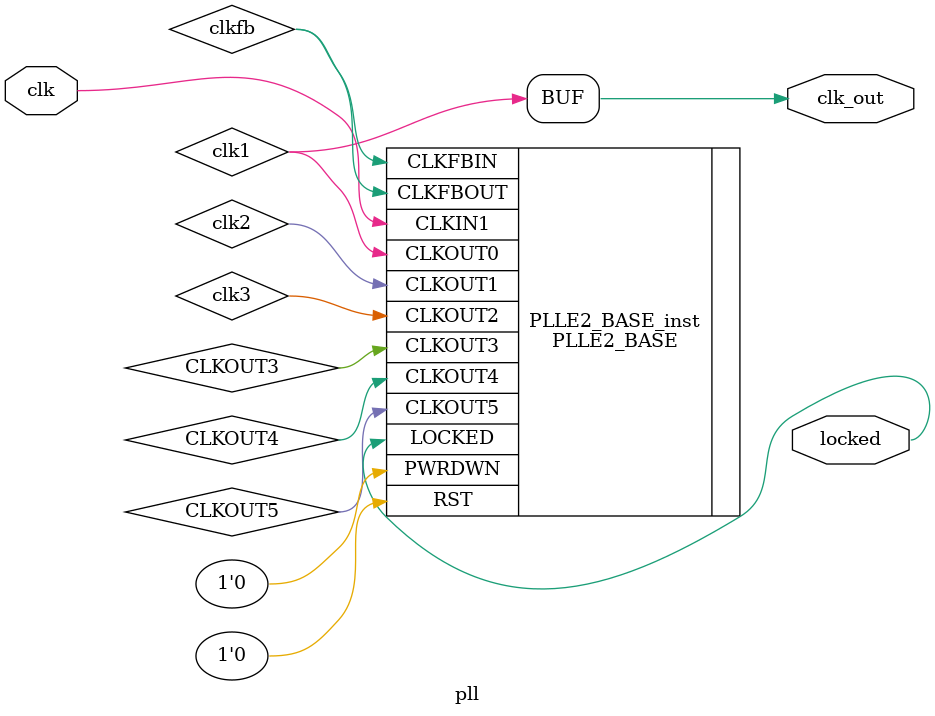
<source format=v>
module pll(
	input clk,
    output locked,
	output clk_out
);

`ifndef SIM

    wire clkfb;
    wire clk1;

    assign clk_out = clk1;

   PLLE2_BASE #(
      .BANDWIDTH("OPTIMIZED"),  // OPTIMIZED, HIGH, LOW
      .CLKFBOUT_MULT(15),        // Multiply value for all CLKOUT, (2-64) (800 - 1600 MHz)
      .CLKFBOUT_PHASE(0.0),     // Phase offset in degrees of CLKFB, (-360.000-360.000).
      .CLKIN1_PERIOD(10.0),      // Input clock period in ns to ps resolution (i.e. 33.333 is 30 MHz).
      // CLKOUT0_DIVIDE - CLKOUT5_DIVIDE: Divide amount for each CLKOUT (1-128)
      .CLKOUT0_DIVIDE(14),
      .CLKOUT1_DIVIDE(20),
      .CLKOUT2_DIVIDE(40),
      .CLKOUT3_DIVIDE(1),
      .CLKOUT4_DIVIDE(1),
      .CLKOUT5_DIVIDE(1),
      // CLKOUT0_DUTY_CYCLE - CLKOUT5_DUTY_CYCLE: Duty cycle for each CLKOUT (0.001-0.999).
      .CLKOUT0_DUTY_CYCLE(0.5),
      .CLKOUT1_DUTY_CYCLE(0.5),
      .CLKOUT2_DUTY_CYCLE(0.5),
      .CLKOUT3_DUTY_CYCLE(0.5),
      .CLKOUT4_DUTY_CYCLE(0.5),
      .CLKOUT5_DUTY_CYCLE(0.5),
      // CLKOUT0_PHASE - CLKOUT5_PHASE: Phase offset for each CLKOUT (-360.000-360.000).
      .CLKOUT0_PHASE(0.0),
      .CLKOUT1_PHASE(0.0),
      .CLKOUT2_PHASE(0.0),
      .CLKOUT3_PHASE(0.0),
      .CLKOUT4_PHASE(0.0),
      .CLKOUT5_PHASE(0.0),
      .DIVCLK_DIVIDE(1),        // Master division value, (1-56)
      .REF_JITTER1(0.0),        // Reference input jitter in UI, (0.000-0.999).
      .STARTUP_WAIT("FALSE")    // Delay DONE until PLL Locks, ("TRUE"/"FALSE")
   )
   PLLE2_BASE_inst (
      // Clock Outputs: 1-bit (each) output: User configurable clock outputs
      .CLKOUT0(clk1),   // 1-bit output: CLKOUT0
      .CLKOUT1(clk2),   // 1-bit output: CLKOUT1
      .CLKOUT2(clk3),   // 1-bit output: CLKOUT2
      .CLKOUT3(CLKOUT3),   // 1-bit output: CLKOUT3
      .CLKOUT4(CLKOUT4),   // 1-bit output: CLKOUT4
      .CLKOUT5(CLKOUT5),   // 1-bit output: CLKOUT5
      // Feedback Clocks: 1-bit (each) output: Clock feedback ports
      .CLKFBOUT(clkfb), // 1-bit output: Feedback clock
      .LOCKED(locked),     // 1-bit output: LOCK
      .CLKIN1(clk),     // 1-bit input: Input clock
      // Control Ports: 1-bit (each) input: PLL control ports
      .PWRDWN(1'b0),     // 1-bit input: Power-down
      .RST(1'b0),           // 1-bit input: Reset
      // Feedback Clocks: 1-bit (each) input: Clock feedback ports
      .CLKFBIN(clkfb)    // 1-bit input: Feedback clock
   );

endmodule
`else

	integer dd;
	real dd2;
	reg out = 0;

	assign clk_out = out;


	initial begin
		forever #(21.164 / 2) begin
			dd = $random % 1000 + 1000;
			dd2 = dd / 1000.0;
			#(dd2);
			out = (out == 1) ? 0 : 1;
		end
	end

endmodule
`endif


</source>
